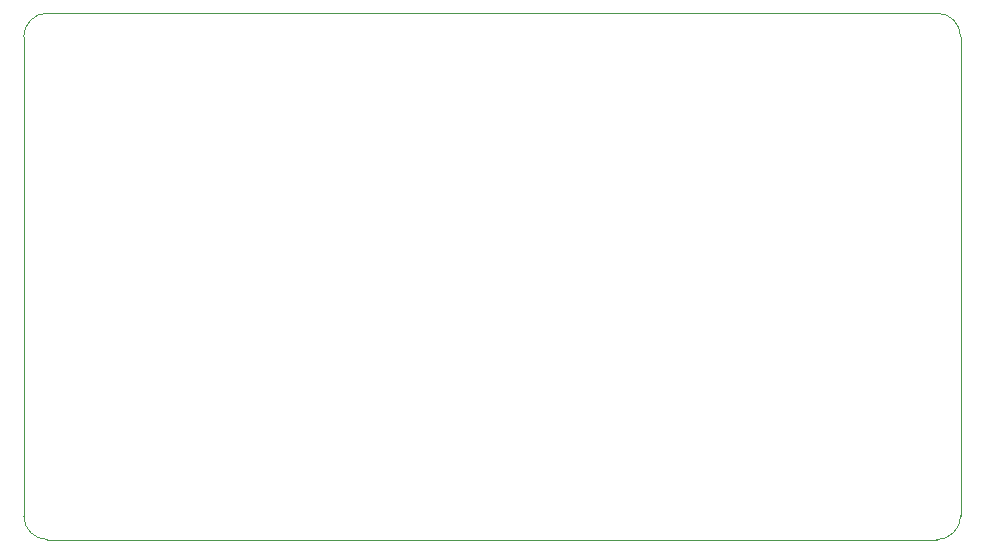
<source format=gbr>
%TF.GenerationSoftware,KiCad,Pcbnew,9.0.2*%
%TF.CreationDate,2025-08-01T16:28:32+05:30*%
%TF.ProjectId,xiao-timer,7869616f-2d74-4696-9d65-722e6b696361,rev?*%
%TF.SameCoordinates,Original*%
%TF.FileFunction,Profile,NP*%
%FSLAX46Y46*%
G04 Gerber Fmt 4.6, Leading zero omitted, Abs format (unit mm)*
G04 Created by KiCad (PCBNEW 9.0.2) date 2025-08-01 16:28:32*
%MOMM*%
%LPD*%
G01*
G04 APERTURE LIST*
%TA.AperFunction,Profile*%
%ADD10C,0.050000*%
%TD*%
G04 APERTURE END LIST*
D10*
X79430000Y-66760000D02*
G75*
G02*
X81430000Y-64760000I2000000J0D01*
G01*
X81430000Y-109330000D02*
G75*
G02*
X79430000Y-107330000I0J2000000D01*
G01*
X156750000Y-109330000D02*
X81430000Y-109330000D01*
X158750000Y-107330000D02*
G75*
G02*
X156750000Y-109330000I-2000000J0D01*
G01*
X79430000Y-107330000D02*
X79430000Y-66760000D01*
X156750000Y-64760000D02*
G75*
G02*
X158750000Y-66760000I0J-2000000D01*
G01*
X158750000Y-66760000D02*
X158750000Y-107330000D01*
X81430000Y-64760000D02*
X156750000Y-64760000D01*
M02*

</source>
